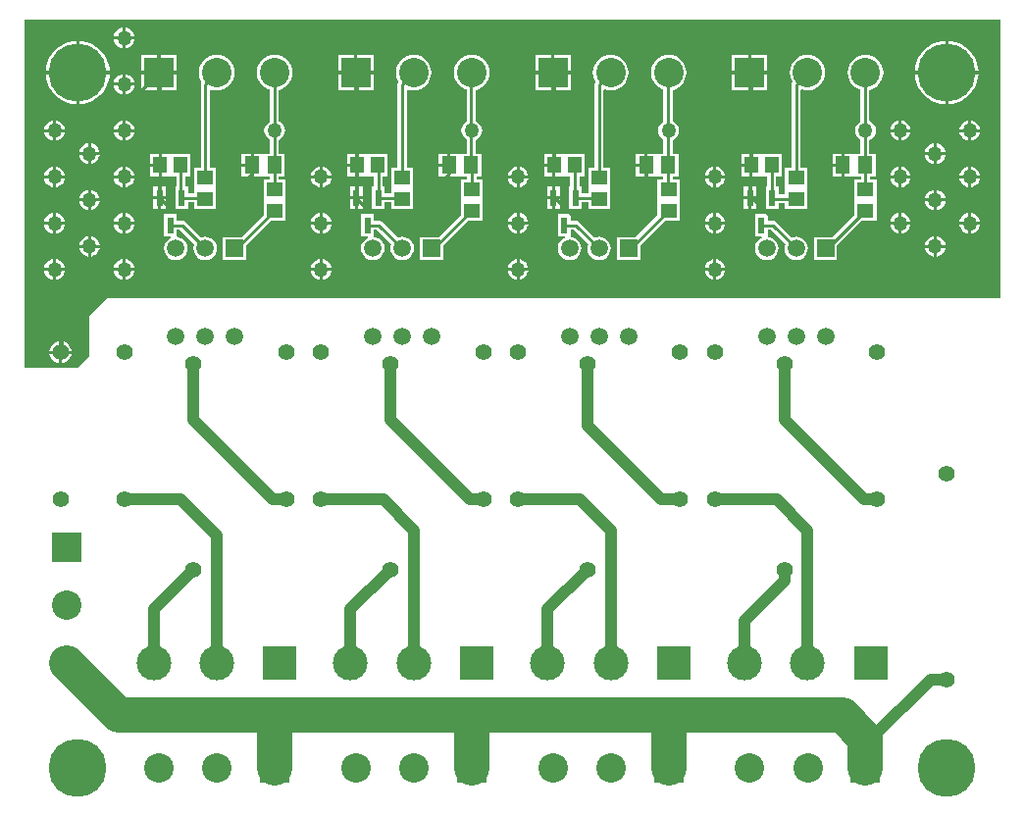
<source format=gtl>
G04 Layer_Physical_Order=1*
G04 Layer_Color=255*
%FSAX42Y42*%
%MOMM*%
G71*
G01*
G75*
%ADD10R,1.30X1.50*%
%ADD11R,0.60X1.45*%
%ADD12R,1.40X1.20*%
%ADD13R,1.20X1.40*%
%ADD14C,0.25*%
%ADD15C,3.05*%
%ADD16C,1.02*%
%ADD17R,3.00X3.00*%
%ADD18C,3.00*%
%ADD19R,2.54X2.54*%
%ADD20C,2.54*%
%ADD21R,2.54X2.54*%
%ADD22C,1.40*%
%ADD23R,1.50X1.50*%
%ADD24C,1.50*%
%ADD25C,5.00*%
%ADD26C,1.27*%
G36*
X017461Y015050D02*
X011750Y015050D01*
X009850Y015050D01*
X009750Y015050D01*
X009600Y014900D01*
X009600Y014550D01*
X009500Y014450D01*
X009039Y014450D01*
X009039Y017461D01*
X017461Y017461D01*
X017461Y015050D01*
X017461Y015050D02*
G37*
%LPC*%
G36*
X009688Y015887D02*
X009613Y015887D01*
X009613Y015812D01*
X009623Y015813D01*
X009645Y015822D01*
X009663Y015837D01*
X009678Y015855D01*
X009687Y015877D01*
X009688Y015887D01*
X009688Y015887D02*
G37*
G36*
X016887Y015887D02*
X016812Y015887D01*
X016813Y015877D01*
X016822Y015855D01*
X016837Y015837D01*
X016855Y015822D01*
X016877Y015813D01*
X016887Y015812D01*
X016887Y015887D01*
X016887Y015887D02*
G37*
G36*
X009587Y015887D02*
X009512Y015887D01*
X009513Y015877D01*
X009522Y015855D01*
X009537Y015837D01*
X009555Y015822D01*
X009577Y015813D01*
X009587Y015812D01*
X009587Y015887D01*
X009587Y015887D02*
G37*
G36*
X016613Y015788D02*
X016613Y015713D01*
X016688Y015713D01*
X016687Y015723D01*
X016678Y015745D01*
X016663Y015763D01*
X016645Y015778D01*
X016623Y015787D01*
X016613Y015788D01*
X016613Y015788D02*
G37*
G36*
X017187Y015788D02*
X017177Y015787D01*
X017155Y015778D01*
X017137Y015763D01*
X017122Y015745D01*
X017113Y015723D01*
X017112Y015713D01*
X017187Y015713D01*
X017187Y015788D01*
X017187Y015788D02*
G37*
G36*
X017213Y015788D02*
X017213Y015713D01*
X017288Y015713D01*
X017287Y015723D01*
X017278Y015745D01*
X017263Y015763D01*
X017245Y015778D01*
X017223Y015787D01*
X017213Y015788D01*
X017213Y015788D02*
G37*
G36*
X011892Y015905D02*
X011850Y015905D01*
X011850Y015820D01*
X011892Y015820D01*
X011892Y015905D01*
X011892Y015905D02*
G37*
G36*
X011960Y015905D02*
X011918Y015905D01*
X011918Y015820D01*
X011960Y015820D01*
X011960Y015905D01*
X011960Y015905D02*
G37*
G36*
X013592Y015905D02*
X013550Y015905D01*
X013550Y015820D01*
X013592Y015820D01*
X013592Y015905D01*
X013592Y015905D02*
G37*
G36*
X016988Y015887D02*
X016913Y015887D01*
X016913Y015812D01*
X016923Y015813D01*
X016945Y015822D01*
X016963Y015837D01*
X016978Y015855D01*
X016987Y015877D01*
X016988Y015887D01*
X016988Y015887D02*
G37*
G36*
X010192Y015905D02*
X010150Y015905D01*
X010150Y015820D01*
X010192Y015820D01*
X010192Y015905D01*
X010192Y015905D02*
G37*
G36*
X010260Y015905D02*
X010218Y015905D01*
X010218Y015820D01*
X010260Y015820D01*
X010260Y015905D01*
X010260Y015905D02*
G37*
G36*
X009887Y015788D02*
X009877Y015787D01*
X009855Y015778D01*
X009837Y015763D01*
X009822Y015745D01*
X009813Y015723D01*
X009812Y015713D01*
X009887Y015713D01*
X009887Y015788D01*
X009887Y015788D02*
G37*
G36*
X009913Y015788D02*
X009913Y015713D01*
X009988Y015713D01*
X009987Y015723D01*
X009978Y015745D01*
X009963Y015763D01*
X009945Y015778D01*
X009923Y015787D01*
X009913Y015788D01*
X009913Y015788D02*
G37*
G36*
X011587Y015788D02*
X011577Y015787D01*
X011555Y015778D01*
X011537Y015763D01*
X011522Y015745D01*
X011513Y015723D01*
X011512Y015713D01*
X011587Y015713D01*
X011587Y015788D01*
X011587Y015788D02*
G37*
G36*
X017288Y015687D02*
X017213Y015687D01*
X017213Y015612D01*
X017223Y015613D01*
X017245Y015622D01*
X017263Y015637D01*
X017278Y015655D01*
X017287Y015677D01*
X017288Y015687D01*
X017288Y015687D02*
G37*
G36*
X009287Y015788D02*
X009277Y015787D01*
X009255Y015778D01*
X009237Y015763D01*
X009222Y015745D01*
X009213Y015723D01*
X009212Y015713D01*
X009287Y015713D01*
X009287Y015788D01*
X009287Y015788D02*
G37*
G36*
X009313Y015788D02*
X009313Y015713D01*
X009388Y015713D01*
X009387Y015723D01*
X009378Y015745D01*
X009363Y015763D01*
X009345Y015778D01*
X009323Y015787D01*
X009313Y015788D01*
X009313Y015788D02*
G37*
G36*
X014987Y015788D02*
X014977Y015787D01*
X014955Y015778D01*
X014937Y015763D01*
X014922Y015745D01*
X014913Y015723D01*
X014912Y015713D01*
X014987Y015713D01*
X014987Y015788D01*
X014987Y015788D02*
G37*
G36*
X015013Y015788D02*
X015013Y015713D01*
X015088Y015713D01*
X015087Y015723D01*
X015078Y015745D01*
X015063Y015763D01*
X015045Y015778D01*
X015023Y015787D01*
X015013Y015788D01*
X015013Y015788D02*
G37*
G36*
X016587Y015788D02*
X016577Y015787D01*
X016555Y015778D01*
X016537Y015763D01*
X016522Y015745D01*
X016513Y015723D01*
X016512Y015713D01*
X016587Y015713D01*
X016587Y015788D01*
X016587Y015788D02*
G37*
G36*
X011613Y015788D02*
X011613Y015713D01*
X011688Y015713D01*
X011687Y015723D01*
X011678Y015745D01*
X011663Y015763D01*
X011645Y015778D01*
X011623Y015787D01*
X011613Y015788D01*
X011613Y015788D02*
G37*
G36*
X013287Y015788D02*
X013277Y015787D01*
X013255Y015778D01*
X013237Y015763D01*
X013222Y015745D01*
X013213Y015723D01*
X013212Y015713D01*
X013287Y015713D01*
X013287Y015788D01*
X013287Y015788D02*
G37*
G36*
X013313Y015788D02*
X013313Y015713D01*
X013388Y015713D01*
X013387Y015723D01*
X013378Y015745D01*
X013363Y015763D01*
X013345Y015778D01*
X013323Y015787D01*
X013313Y015788D01*
X013313Y015788D02*
G37*
G36*
X009287Y016087D02*
X009212Y016087D01*
X009213Y016077D01*
X009222Y016055D01*
X009237Y016037D01*
X009255Y016022D01*
X009277Y016013D01*
X009287Y016012D01*
X009287Y016087D01*
X009287Y016087D02*
G37*
G36*
X009388Y016087D02*
X009313Y016087D01*
X009313Y016012D01*
X009323Y016013D01*
X009345Y016022D01*
X009363Y016037D01*
X009378Y016055D01*
X009387Y016077D01*
X009388Y016087D01*
X009388Y016087D02*
G37*
G36*
X009887Y016087D02*
X009812Y016087D01*
X009813Y016077D01*
X009822Y016055D01*
X009837Y016037D01*
X009855Y016022D01*
X009877Y016013D01*
X009887Y016012D01*
X009887Y016087D01*
X009887Y016087D02*
G37*
G36*
X013660Y016015D02*
X013618Y016015D01*
X013618Y015930D01*
X013660Y015930D01*
X013660Y016015D01*
X013660Y016015D02*
G37*
G36*
X015292Y016015D02*
X015250Y016015D01*
X015250Y015930D01*
X015292Y015930D01*
X015292Y016015D01*
X015292Y016015D02*
G37*
G36*
X015360Y016015D02*
X015318Y016015D01*
X015318Y015930D01*
X015360Y015930D01*
X015360Y016015D01*
X015360Y016015D02*
G37*
G36*
X013287Y016087D02*
X013212Y016087D01*
X013213Y016077D01*
X013222Y016055D01*
X013237Y016037D01*
X013255Y016022D01*
X013277Y016013D01*
X013287Y016012D01*
X013287Y016087D01*
X013287Y016087D02*
G37*
G36*
X013388Y016087D02*
X013313Y016087D01*
X013313Y016012D01*
X013323Y016013D01*
X013345Y016022D01*
X013363Y016037D01*
X013378Y016055D01*
X013387Y016077D01*
X013388Y016087D01*
X013388Y016087D02*
G37*
G36*
X014987Y016087D02*
X014912Y016087D01*
X014913Y016077D01*
X014922Y016055D01*
X014937Y016037D01*
X014955Y016022D01*
X014977Y016013D01*
X014987Y016012D01*
X014987Y016087D01*
X014987Y016087D02*
G37*
G36*
X009988Y016087D02*
X009913Y016087D01*
X009913Y016012D01*
X009923Y016013D01*
X009945Y016022D01*
X009963Y016037D01*
X009978Y016055D01*
X009987Y016077D01*
X009988Y016087D01*
X009988Y016087D02*
G37*
G36*
X011587Y016087D02*
X011512Y016087D01*
X011513Y016077D01*
X011522Y016055D01*
X011537Y016037D01*
X011555Y016022D01*
X011577Y016013D01*
X011587Y016012D01*
X011587Y016087D01*
X011587Y016087D02*
G37*
G36*
X011688Y016087D02*
X011613Y016087D01*
X011613Y016012D01*
X011623Y016013D01*
X011645Y016022D01*
X011663Y016037D01*
X011678Y016055D01*
X011687Y016077D01*
X011688Y016087D01*
X011688Y016087D02*
G37*
G36*
X009587Y015988D02*
X009577Y015987D01*
X009555Y015978D01*
X009537Y015963D01*
X009522Y015945D01*
X009513Y015923D01*
X009512Y015913D01*
X009587Y015913D01*
X009587Y015988D01*
X009587Y015988D02*
G37*
G36*
X009613Y015988D02*
X009613Y015913D01*
X009688Y015913D01*
X009687Y015923D01*
X009678Y015945D01*
X009663Y015963D01*
X009645Y015978D01*
X009623Y015987D01*
X009613Y015988D01*
X009613Y015988D02*
G37*
G36*
X016887Y015988D02*
X016877Y015987D01*
X016855Y015978D01*
X016837Y015963D01*
X016822Y015945D01*
X016813Y015923D01*
X016812Y015913D01*
X016887Y015913D01*
X016887Y015988D01*
X016887Y015988D02*
G37*
G36*
X013660Y015905D02*
X013618Y015905D01*
X013618Y015820D01*
X013660Y015820D01*
X013660Y015905D01*
X013660Y015905D02*
G37*
G36*
X015292Y015905D02*
X015250Y015905D01*
X015250Y015820D01*
X015292Y015820D01*
X015292Y015905D01*
X015292Y015905D02*
G37*
G36*
X015360Y015905D02*
X015318Y015905D01*
X015318Y015820D01*
X015360Y015820D01*
X015360Y015905D01*
X015360Y015905D02*
G37*
G36*
X011892Y016015D02*
X011850Y016015D01*
X011850Y015930D01*
X011892Y015930D01*
X011892Y016015D01*
X011892Y016015D02*
G37*
G36*
X011960Y016015D02*
X011918Y016015D01*
X011918Y015930D01*
X011960Y015930D01*
X011960Y016015D01*
X011960Y016015D02*
G37*
G36*
X013592Y016015D02*
X013550Y016015D01*
X013550Y015930D01*
X013592Y015930D01*
X013592Y016015D01*
X013592Y016015D02*
G37*
G36*
X016913Y015988D02*
X016913Y015913D01*
X016988Y015913D01*
X016987Y015923D01*
X016978Y015945D01*
X016963Y015963D01*
X016945Y015978D01*
X016923Y015987D01*
X016913Y015988D01*
X016913Y015988D02*
G37*
G36*
X010192Y016015D02*
X010150Y016015D01*
X010150Y015930D01*
X010192Y015930D01*
X010192Y016015D01*
X010192Y016015D02*
G37*
G36*
X010260Y016015D02*
X010218Y016015D01*
X010218Y015930D01*
X010260Y015930D01*
X010260Y016015D01*
X010260Y016015D02*
G37*
G36*
X017187Y015687D02*
X017112Y015687D01*
X017113Y015677D01*
X017122Y015655D01*
X017137Y015637D01*
X017155Y015622D01*
X017177Y015613D01*
X017187Y015612D01*
X017187Y015687D01*
X017187Y015687D02*
G37*
G36*
X009313Y015388D02*
X009313Y015313D01*
X009388Y015313D01*
X009387Y015323D01*
X009378Y015345D01*
X009363Y015363D01*
X009345Y015378D01*
X009323Y015387D01*
X009313Y015388D01*
X009313Y015388D02*
G37*
G36*
X009887Y015388D02*
X009877Y015387D01*
X009855Y015378D01*
X009837Y015363D01*
X009822Y015345D01*
X009813Y015323D01*
X009812Y015313D01*
X009887Y015313D01*
X009887Y015388D01*
X009887Y015388D02*
G37*
G36*
X009913Y015388D02*
X009913Y015313D01*
X009988Y015313D01*
X009987Y015323D01*
X009978Y015345D01*
X009963Y015363D01*
X009945Y015378D01*
X009923Y015387D01*
X009913Y015388D01*
X009913Y015388D02*
G37*
G36*
X014987Y015287D02*
X014912Y015287D01*
X014913Y015277D01*
X014922Y015255D01*
X014937Y015237D01*
X014955Y015222D01*
X014977Y015213D01*
X014987Y015212D01*
X014987Y015287D01*
X014987Y015287D02*
G37*
G36*
X015088Y015287D02*
X015013Y015287D01*
X015013Y015212D01*
X015023Y015213D01*
X015045Y015222D01*
X015063Y015237D01*
X015078Y015255D01*
X015087Y015277D01*
X015088Y015287D01*
X015088Y015287D02*
G37*
G36*
X009287Y015388D02*
X009277Y015387D01*
X009255Y015378D01*
X009237Y015363D01*
X009222Y015345D01*
X009213Y015323D01*
X009212Y015313D01*
X009287Y015313D01*
X009287Y015388D01*
X009287Y015388D02*
G37*
G36*
X013313Y015388D02*
X013313Y015313D01*
X013388Y015313D01*
X013387Y015323D01*
X013378Y015345D01*
X013363Y015363D01*
X013345Y015378D01*
X013323Y015387D01*
X013313Y015388D01*
X013313Y015388D02*
G37*
G36*
X014987Y015388D02*
X014977Y015387D01*
X014955Y015378D01*
X014937Y015363D01*
X014922Y015345D01*
X014913Y015323D01*
X014912Y015313D01*
X014987Y015313D01*
X014987Y015388D01*
X014987Y015388D02*
G37*
G36*
X015013Y015388D02*
X015013Y015313D01*
X015088Y015313D01*
X015087Y015323D01*
X015078Y015345D01*
X015063Y015363D01*
X015045Y015378D01*
X015023Y015387D01*
X015013Y015388D01*
X015013Y015388D02*
G37*
G36*
X011587Y015388D02*
X011577Y015387D01*
X011555Y015378D01*
X011537Y015363D01*
X011522Y015345D01*
X011513Y015323D01*
X011512Y015313D01*
X011587Y015313D01*
X011587Y015388D01*
X011587Y015388D02*
G37*
G36*
X011613Y015388D02*
X011613Y015313D01*
X011688Y015313D01*
X011687Y015323D01*
X011678Y015345D01*
X011663Y015363D01*
X011645Y015378D01*
X011623Y015387D01*
X011613Y015388D01*
X011613Y015388D02*
G37*
G36*
X013287Y015388D02*
X013277Y015387D01*
X013255Y015378D01*
X013237Y015363D01*
X013222Y015345D01*
X013213Y015323D01*
X013212Y015313D01*
X013287Y015313D01*
X013287Y015388D01*
X013287Y015388D02*
G37*
G36*
X009363Y014680D02*
X009363Y014598D01*
X009445Y014598D01*
X009443Y014610D01*
X009433Y014633D01*
X009418Y014653D01*
X009398Y014668D01*
X009375Y014678D01*
X009363Y014680D01*
X009363Y014680D02*
G37*
G36*
X009287Y015287D02*
X009212Y015287D01*
X009213Y015277D01*
X009222Y015255D01*
X009237Y015237D01*
X009255Y015222D01*
X009277Y015213D01*
X009287Y015212D01*
X009287Y015287D01*
X009287Y015287D02*
G37*
G36*
X009388Y015287D02*
X009313Y015287D01*
X009313Y015212D01*
X009323Y015213D01*
X009345Y015222D01*
X009363Y015237D01*
X009378Y015255D01*
X009387Y015277D01*
X009388Y015287D01*
X009388Y015287D02*
G37*
G36*
X009337Y014572D02*
X009255Y014572D01*
X009257Y014560D01*
X009267Y014537D01*
X009282Y014517D01*
X009302Y014502D01*
X009325Y014492D01*
X009337Y014490D01*
X009337Y014572D01*
X009337Y014572D02*
G37*
G36*
X009445Y014572D02*
X009363Y014572D01*
X009363Y014490D01*
X009375Y014492D01*
X009398Y014502D01*
X009418Y014517D01*
X009433Y014537D01*
X009443Y014560D01*
X009445Y014572D01*
X009445Y014572D02*
G37*
G36*
X009337Y014680D02*
X009325Y014678D01*
X009302Y014668D01*
X009282Y014653D01*
X009267Y014633D01*
X009257Y014610D01*
X009255Y014598D01*
X009337Y014598D01*
X009337Y014680D01*
X009337Y014680D02*
G37*
G36*
X011688Y015287D02*
X011613Y015287D01*
X011613Y015212D01*
X011623Y015213D01*
X011645Y015222D01*
X011663Y015237D01*
X011678Y015255D01*
X011687Y015277D01*
X011688Y015287D01*
X011688Y015287D02*
G37*
G36*
X013287Y015287D02*
X013212Y015287D01*
X013213Y015277D01*
X013222Y015255D01*
X013237Y015237D01*
X013255Y015222D01*
X013277Y015213D01*
X013287Y015212D01*
X013287Y015287D01*
X013287Y015287D02*
G37*
G36*
X013388Y015287D02*
X013313Y015287D01*
X013313Y015212D01*
X013323Y015213D01*
X013345Y015222D01*
X013363Y015237D01*
X013378Y015255D01*
X013387Y015277D01*
X013388Y015287D01*
X013388Y015287D02*
G37*
G36*
X009887Y015287D02*
X009812Y015287D01*
X009813Y015277D01*
X009822Y015255D01*
X009837Y015237D01*
X009855Y015222D01*
X009877Y015213D01*
X009887Y015212D01*
X009887Y015287D01*
X009887Y015287D02*
G37*
G36*
X009988Y015287D02*
X009913Y015287D01*
X009913Y015212D01*
X009923Y015213D01*
X009945Y015222D01*
X009963Y015237D01*
X009978Y015255D01*
X009987Y015277D01*
X009988Y015287D01*
X009988Y015287D02*
G37*
G36*
X011587Y015287D02*
X011512Y015287D01*
X011513Y015277D01*
X011522Y015255D01*
X011537Y015237D01*
X011555Y015222D01*
X011577Y015213D01*
X011587Y015212D01*
X011587Y015287D01*
X011587Y015287D02*
G37*
G36*
X009988Y015687D02*
X009913Y015687D01*
X009913Y015612D01*
X009923Y015613D01*
X009945Y015622D01*
X009963Y015637D01*
X009978Y015655D01*
X009987Y015677D01*
X009988Y015687D01*
X009988Y015687D02*
G37*
G36*
X011587Y015687D02*
X011512Y015687D01*
X011513Y015677D01*
X011522Y015655D01*
X011537Y015637D01*
X011555Y015622D01*
X011577Y015613D01*
X011587Y015612D01*
X011587Y015687D01*
X011587Y015687D02*
G37*
G36*
X011688Y015687D02*
X011613Y015687D01*
X011613Y015612D01*
X011623Y015613D01*
X011645Y015622D01*
X011663Y015637D01*
X011678Y015655D01*
X011687Y015677D01*
X011688Y015687D01*
X011688Y015687D02*
G37*
G36*
X009287Y015687D02*
X009212Y015687D01*
X009213Y015677D01*
X009222Y015655D01*
X009237Y015637D01*
X009255Y015622D01*
X009277Y015613D01*
X009287Y015612D01*
X009287Y015687D01*
X009287Y015687D02*
G37*
G36*
X009388Y015687D02*
X009313Y015687D01*
X009313Y015612D01*
X009323Y015613D01*
X009345Y015622D01*
X009363Y015637D01*
X009378Y015655D01*
X009387Y015677D01*
X009388Y015687D01*
X009388Y015687D02*
G37*
G36*
X009887Y015687D02*
X009812Y015687D01*
X009813Y015677D01*
X009822Y015655D01*
X009837Y015637D01*
X009855Y015622D01*
X009877Y015613D01*
X009887Y015612D01*
X009887Y015687D01*
X009887Y015687D02*
G37*
G36*
X015088Y015687D02*
X015013Y015687D01*
X015013Y015612D01*
X015023Y015613D01*
X015045Y015622D01*
X015063Y015637D01*
X015078Y015655D01*
X015087Y015677D01*
X015088Y015687D01*
X015088Y015687D02*
G37*
G36*
X016587Y015687D02*
X016512Y015687D01*
X016513Y015677D01*
X016522Y015655D01*
X016537Y015637D01*
X016555Y015622D01*
X016577Y015613D01*
X016587Y015612D01*
X016587Y015687D01*
X016587Y015687D02*
G37*
G36*
X016688Y015687D02*
X016613Y015687D01*
X016613Y015612D01*
X016623Y015613D01*
X016645Y015622D01*
X016663Y015637D01*
X016678Y015655D01*
X016687Y015677D01*
X016688Y015687D01*
X016688Y015687D02*
G37*
G36*
X013287Y015687D02*
X013212Y015687D01*
X013213Y015677D01*
X013222Y015655D01*
X013237Y015637D01*
X013255Y015622D01*
X013277Y015613D01*
X013287Y015612D01*
X013287Y015687D01*
X013287Y015687D02*
G37*
G36*
X013388Y015687D02*
X013313Y015687D01*
X013313Y015612D01*
X013323Y015613D01*
X013345Y015622D01*
X013363Y015637D01*
X013378Y015655D01*
X013387Y015677D01*
X013388Y015687D01*
X013388Y015687D02*
G37*
G36*
X014987Y015687D02*
X014912Y015687D01*
X014913Y015677D01*
X014922Y015655D01*
X014937Y015637D01*
X014955Y015622D01*
X014977Y015613D01*
X014987Y015612D01*
X014987Y015687D01*
X014987Y015687D02*
G37*
G36*
X015455Y015780D02*
X015345Y015780D01*
X015345Y015585D01*
X015401Y015585D01*
X015403Y015572D01*
X015395Y015569D01*
X015374Y015553D01*
X015358Y015532D01*
X015348Y015507D01*
X015345Y015481D01*
X015348Y015455D01*
X015358Y015430D01*
X015374Y015409D01*
X015395Y015393D01*
X015420Y015383D01*
X015446Y015380D01*
X015472Y015383D01*
X015497Y015393D01*
X015518Y015409D01*
X015534Y015430D01*
X015544Y015455D01*
X015547Y015481D01*
X015544Y015507D01*
X015534Y015532D01*
X015518Y015553D01*
X015497Y015569D01*
X015472Y015579D01*
X015466Y015580D01*
X015455Y015585D01*
X015455Y015594D01*
X015455Y015644D01*
X015482Y015644D01*
X015607Y015519D01*
X015602Y015507D01*
X015599Y015481D01*
X015602Y015455D01*
X015612Y015430D01*
X015628Y015409D01*
X015649Y015393D01*
X015674Y015383D01*
X015700Y015380D01*
X015726Y015383D01*
X015751Y015393D01*
X015772Y015409D01*
X015788Y015430D01*
X015798Y015455D01*
X015801Y015481D01*
X015798Y015507D01*
X015788Y015532D01*
X015772Y015553D01*
X015751Y015569D01*
X015726Y015579D01*
X015700Y015582D01*
X015674Y015579D01*
X015662Y015574D01*
X015526Y015710D01*
X015513Y015718D01*
X015499Y015721D01*
X015455Y015721D01*
X015455Y015780D01*
X015455Y015780D02*
G37*
G36*
X009587Y015487D02*
X009512Y015487D01*
X009513Y015477D01*
X009522Y015455D01*
X009537Y015437D01*
X009555Y015422D01*
X009577Y015413D01*
X009587Y015412D01*
X009587Y015487D01*
X009587Y015487D02*
G37*
G36*
X009688Y015487D02*
X009613Y015487D01*
X009613Y015412D01*
X009623Y015413D01*
X009645Y015422D01*
X009663Y015437D01*
X009678Y015455D01*
X009687Y015477D01*
X009688Y015487D01*
X009688Y015487D02*
G37*
G36*
X010355Y015780D02*
X010245Y015780D01*
X010245Y015585D01*
X010301Y015585D01*
X010303Y015572D01*
X010295Y015569D01*
X010274Y015553D01*
X010258Y015532D01*
X010248Y015507D01*
X010245Y015481D01*
X010248Y015455D01*
X010258Y015430D01*
X010274Y015409D01*
X010295Y015393D01*
X010320Y015383D01*
X010346Y015380D01*
X010372Y015383D01*
X010397Y015393D01*
X010418Y015409D01*
X010434Y015430D01*
X010444Y015455D01*
X010447Y015481D01*
X010444Y015507D01*
X010434Y015532D01*
X010418Y015553D01*
X010397Y015569D01*
X010372Y015579D01*
X010366Y015580D01*
X010355Y015585D01*
X010355Y015594D01*
X010355Y015644D01*
X010382Y015644D01*
X010507Y015519D01*
X010502Y015507D01*
X010499Y015481D01*
X010502Y015455D01*
X010512Y015430D01*
X010528Y015409D01*
X010549Y015393D01*
X010574Y015383D01*
X010600Y015380D01*
X010626Y015383D01*
X010651Y015393D01*
X010672Y015409D01*
X010688Y015430D01*
X010698Y015455D01*
X010701Y015481D01*
X010698Y015507D01*
X010688Y015532D01*
X010672Y015553D01*
X010651Y015569D01*
X010626Y015579D01*
X010600Y015582D01*
X010574Y015579D01*
X010562Y015574D01*
X010426Y015710D01*
X010413Y015718D01*
X010399Y015721D01*
X010355Y015721D01*
X010355Y015780D01*
X010355Y015780D02*
G37*
G36*
X012055Y015780D02*
X011945Y015780D01*
X011945Y015585D01*
X012001Y015585D01*
X012003Y015572D01*
X011995Y015569D01*
X011974Y015553D01*
X011958Y015532D01*
X011948Y015507D01*
X011945Y015481D01*
X011948Y015455D01*
X011958Y015430D01*
X011974Y015409D01*
X011995Y015393D01*
X012020Y015383D01*
X012046Y015380D01*
X012072Y015383D01*
X012097Y015393D01*
X012118Y015409D01*
X012134Y015430D01*
X012144Y015455D01*
X012147Y015481D01*
X012144Y015507D01*
X012134Y015532D01*
X012118Y015553D01*
X012097Y015569D01*
X012072Y015579D01*
X012066Y015580D01*
X012055Y015585D01*
X012055Y015594D01*
X012055Y015644D01*
X012082Y015644D01*
X012207Y015519D01*
X012202Y015507D01*
X012199Y015481D01*
X012202Y015455D01*
X012212Y015430D01*
X012228Y015409D01*
X012249Y015393D01*
X012274Y015383D01*
X012300Y015380D01*
X012326Y015383D01*
X012351Y015393D01*
X012372Y015409D01*
X012388Y015430D01*
X012398Y015455D01*
X012401Y015481D01*
X012398Y015507D01*
X012388Y015532D01*
X012372Y015553D01*
X012351Y015569D01*
X012326Y015579D01*
X012300Y015582D01*
X012274Y015579D01*
X012262Y015574D01*
X012126Y015710D01*
X012113Y015718D01*
X012099Y015721D01*
X012055Y015721D01*
X012055Y015780D01*
X012055Y015780D02*
G37*
G36*
X013755Y015780D02*
X013645Y015780D01*
X013645Y015585D01*
X013701Y015585D01*
X013703Y015572D01*
X013695Y015569D01*
X013674Y015553D01*
X013658Y015532D01*
X013648Y015507D01*
X013645Y015481D01*
X013648Y015455D01*
X013658Y015430D01*
X013674Y015409D01*
X013695Y015393D01*
X013720Y015383D01*
X013746Y015380D01*
X013772Y015383D01*
X013797Y015393D01*
X013818Y015409D01*
X013834Y015430D01*
X013844Y015455D01*
X013847Y015481D01*
X013844Y015507D01*
X013834Y015532D01*
X013818Y015553D01*
X013797Y015569D01*
X013772Y015579D01*
X013766Y015580D01*
X013755Y015585D01*
X013755Y015594D01*
X013755Y015644D01*
X013782Y015644D01*
X013907Y015519D01*
X013902Y015507D01*
X013899Y015481D01*
X013902Y015455D01*
X013912Y015430D01*
X013928Y015409D01*
X013949Y015393D01*
X013974Y015383D01*
X014000Y015380D01*
X014026Y015383D01*
X014051Y015393D01*
X014072Y015409D01*
X014088Y015430D01*
X014098Y015455D01*
X014101Y015481D01*
X014098Y015507D01*
X014088Y015532D01*
X014072Y015553D01*
X014051Y015569D01*
X014026Y015579D01*
X014000Y015582D01*
X013974Y015579D01*
X013962Y015574D01*
X013826Y015710D01*
X013813Y015718D01*
X013799Y015721D01*
X013755Y015721D01*
X013755Y015780D01*
X013755Y015780D02*
G37*
G36*
X009613Y015588D02*
X009613Y015513D01*
X009688Y015513D01*
X009687Y015523D01*
X009678Y015545D01*
X009663Y015563D01*
X009645Y015578D01*
X009623Y015587D01*
X009613Y015588D01*
X009613Y015588D02*
G37*
G36*
X016887Y015588D02*
X016877Y015587D01*
X016855Y015578D01*
X016837Y015563D01*
X016822Y015545D01*
X016813Y015523D01*
X016812Y015513D01*
X016887Y015513D01*
X016887Y015588D01*
X016887Y015588D02*
G37*
G36*
X016913Y015588D02*
X016913Y015513D01*
X016988Y015513D01*
X016987Y015523D01*
X016978Y015545D01*
X016963Y015563D01*
X016945Y015578D01*
X016923Y015587D01*
X016913Y015588D01*
X016913Y015588D02*
G37*
G36*
X016887Y015487D02*
X016812Y015487D01*
X016813Y015477D01*
X016822Y015455D01*
X016837Y015437D01*
X016855Y015422D01*
X016877Y015413D01*
X016887Y015412D01*
X016887Y015487D01*
X016887Y015487D02*
G37*
G36*
X016988Y015487D02*
X016913Y015487D01*
X016913Y015412D01*
X016923Y015413D01*
X016945Y015422D01*
X016963Y015437D01*
X016978Y015455D01*
X016987Y015477D01*
X016988Y015487D01*
X016988Y015487D02*
G37*
G36*
X009587Y015588D02*
X009577Y015587D01*
X009555Y015578D01*
X009537Y015563D01*
X009522Y015545D01*
X009513Y015523D01*
X009512Y015513D01*
X009587Y015513D01*
X009587Y015588D01*
X009587Y015588D02*
G37*
G36*
X015088Y016087D02*
X015013Y016087D01*
X015013Y016012D01*
X015023Y016013D01*
X015045Y016022D01*
X015063Y016037D01*
X015078Y016055D01*
X015087Y016077D01*
X015088Y016087D01*
X015088Y016087D02*
G37*
G36*
X016987Y016987D02*
X016725Y016987D01*
X016727Y016957D01*
X016737Y016915D01*
X016754Y016875D01*
X016777Y016838D01*
X016805Y016805D01*
X016838Y016777D01*
X016875Y016754D01*
X016915Y016737D01*
X016957Y016727D01*
X016987Y016725D01*
X016987Y016987D01*
X016987Y016987D02*
G37*
G36*
X017275Y016987D02*
X017013Y016987D01*
X017013Y016725D01*
X017043Y016727D01*
X017085Y016737D01*
X017125Y016754D01*
X017162Y016777D01*
X017195Y016805D01*
X017223Y016838D01*
X017246Y016875D01*
X017263Y016915D01*
X017273Y016957D01*
X017275Y016987D01*
X017275Y016987D02*
G37*
G36*
X009887Y016887D02*
X009812Y016887D01*
X009813Y016877D01*
X009822Y016855D01*
X009837Y016837D01*
X009855Y016822D01*
X009877Y016813D01*
X009887Y016812D01*
X009887Y016887D01*
X009887Y016887D02*
G37*
G36*
X017213Y016588D02*
X017213Y016513D01*
X017288Y016513D01*
X017287Y016523D01*
X017278Y016545D01*
X017263Y016563D01*
X017245Y016578D01*
X017223Y016587D01*
X017213Y016588D01*
X017213Y016588D02*
G37*
G36*
X009487Y016987D02*
X009225Y016987D01*
X009227Y016957D01*
X009237Y016915D01*
X009254Y016875D01*
X009277Y016838D01*
X009305Y016805D01*
X009338Y016777D01*
X009375Y016754D01*
X009415Y016737D01*
X009457Y016727D01*
X009487Y016725D01*
X009487Y016987D01*
X009487Y016987D02*
G37*
G36*
X009775Y016987D02*
X009513Y016987D01*
X009513Y016725D01*
X009543Y016727D01*
X009585Y016737D01*
X009625Y016754D01*
X009662Y016777D01*
X009695Y016805D01*
X009723Y016838D01*
X009746Y016875D01*
X009763Y016915D01*
X009773Y016957D01*
X009775Y016987D01*
X009775Y016987D02*
G37*
G36*
X014099Y017153D02*
X014069Y017150D01*
X014041Y017141D01*
X014014Y017127D01*
X013991Y017108D01*
X013972Y017085D01*
X013958Y017059D01*
X013949Y017030D01*
X013946Y017000D01*
X013949Y016970D01*
X013958Y016941D01*
X013968Y016922D01*
X013964Y016916D01*
X013961Y016901D01*
X013961Y016175D01*
X013905Y016175D01*
X013905Y016008D01*
X013905Y016005D01*
X013905Y015995D01*
X013905Y015992D01*
X013905Y015956D01*
X013850Y015956D01*
X013850Y016015D01*
X013829Y016015D01*
X013829Y016105D01*
X013875Y016105D01*
X013875Y016295D01*
X013708Y016295D01*
X013705Y016295D01*
X013695Y016295D01*
X013692Y016295D01*
X013623Y016295D01*
X013623Y016200D01*
X013623Y016105D01*
X013692Y016105D01*
X013695Y016105D01*
X013705Y016105D01*
X013708Y016105D01*
X013751Y016105D01*
X013751Y016015D01*
X013740Y016015D01*
X013740Y015820D01*
X013850Y015820D01*
X013850Y015879D01*
X013905Y015879D01*
X013905Y015825D01*
X014095Y015825D01*
X014095Y015992D01*
X014095Y015995D01*
X014095Y016005D01*
X014095Y016008D01*
X014095Y016175D01*
X014039Y016175D01*
X014039Y016846D01*
X014052Y016855D01*
X014069Y016850D01*
X014099Y016847D01*
X014129Y016850D01*
X014158Y016859D01*
X014184Y016873D01*
X014207Y016892D01*
X014227Y016915D01*
X014241Y016941D01*
X014249Y016970D01*
X014252Y017000D01*
X014249Y017030D01*
X014241Y017059D01*
X014227Y017085D01*
X014207Y017108D01*
X014184Y017127D01*
X014158Y017141D01*
X014129Y017150D01*
X014099Y017153D01*
X014099Y017153D02*
G37*
G36*
X015799Y017153D02*
X015769Y017150D01*
X015741Y017141D01*
X015714Y017127D01*
X015691Y017108D01*
X015672Y017085D01*
X015658Y017059D01*
X015649Y017030D01*
X015646Y017000D01*
X015649Y016970D01*
X015658Y016941D01*
X015668Y016922D01*
X015664Y016916D01*
X015661Y016901D01*
X015661Y016175D01*
X015605Y016175D01*
X015605Y016008D01*
X015605Y016005D01*
X015605Y015995D01*
X015605Y015992D01*
X015605Y015949D01*
X015550Y015949D01*
X015550Y016015D01*
X015529Y016015D01*
X015529Y016105D01*
X015575Y016105D01*
X015575Y016295D01*
X015408Y016295D01*
X015405Y016295D01*
X015395Y016295D01*
X015392Y016295D01*
X015323Y016295D01*
X015323Y016200D01*
X015323Y016105D01*
X015392Y016105D01*
X015395Y016105D01*
X015405Y016105D01*
X015408Y016105D01*
X015451Y016105D01*
X015451Y016015D01*
X015440Y016015D01*
X015440Y015820D01*
X015550Y015820D01*
X015550Y015871D01*
X015605Y015871D01*
X015605Y015825D01*
X015795Y015825D01*
X015795Y015992D01*
X015795Y015995D01*
X015795Y016005D01*
X015795Y016008D01*
X015795Y016175D01*
X015739Y016175D01*
X015739Y016846D01*
X015752Y016855D01*
X015769Y016850D01*
X015799Y016847D01*
X015829Y016850D01*
X015858Y016859D01*
X015884Y016873D01*
X015907Y016892D01*
X015927Y016915D01*
X015941Y016941D01*
X015949Y016970D01*
X015952Y017000D01*
X015949Y017030D01*
X015941Y017059D01*
X015927Y017085D01*
X015907Y017108D01*
X015884Y017127D01*
X015858Y017141D01*
X015829Y017150D01*
X015799Y017153D01*
X015799Y017153D02*
G37*
G36*
X010187Y016987D02*
X010048Y016987D01*
X010048Y016848D01*
X010187Y016848D01*
X010187Y016987D01*
X010187Y016987D02*
G37*
G36*
X009988Y016887D02*
X009913Y016887D01*
X009913Y016812D01*
X009923Y016813D01*
X009945Y016822D01*
X009963Y016837D01*
X009978Y016855D01*
X009987Y016877D01*
X009988Y016887D01*
X009988Y016887D02*
G37*
G36*
X010699Y017153D02*
X010669Y017150D01*
X010641Y017141D01*
X010614Y017127D01*
X010591Y017108D01*
X010572Y017085D01*
X010558Y017059D01*
X010549Y017030D01*
X010546Y017000D01*
X010549Y016970D01*
X010558Y016941D01*
X010568Y016922D01*
X010564Y016916D01*
X010561Y016901D01*
X010561Y016175D01*
X010505Y016175D01*
X010505Y016008D01*
X010505Y016005D01*
X010505Y015995D01*
X010505Y015992D01*
X010505Y015956D01*
X010450Y015956D01*
X010450Y016015D01*
X010429Y016015D01*
X010429Y016105D01*
X010475Y016105D01*
X010475Y016295D01*
X010308Y016295D01*
X010305Y016295D01*
X010295Y016295D01*
X010292Y016295D01*
X010223Y016295D01*
X010223Y016200D01*
X010223Y016105D01*
X010292Y016105D01*
X010295Y016105D01*
X010305Y016105D01*
X010308Y016105D01*
X010351Y016105D01*
X010351Y016015D01*
X010340Y016015D01*
X010340Y015820D01*
X010450Y015820D01*
X010450Y015879D01*
X010505Y015879D01*
X010505Y015825D01*
X010695Y015825D01*
X010695Y015992D01*
X010695Y015995D01*
X010695Y016005D01*
X010695Y016008D01*
X010695Y016175D01*
X010639Y016175D01*
X010639Y016846D01*
X010652Y016855D01*
X010669Y016850D01*
X010699Y016847D01*
X010729Y016850D01*
X010758Y016859D01*
X010784Y016873D01*
X010807Y016892D01*
X010827Y016915D01*
X010841Y016941D01*
X010849Y016970D01*
X010852Y017000D01*
X010849Y017030D01*
X010841Y017059D01*
X010827Y017085D01*
X010807Y017108D01*
X010784Y017127D01*
X010758Y017141D01*
X010729Y017150D01*
X010699Y017153D01*
X010699Y017153D02*
G37*
G36*
X012399Y017153D02*
X012369Y017150D01*
X012341Y017141D01*
X012314Y017127D01*
X012291Y017108D01*
X012272Y017085D01*
X012258Y017059D01*
X012249Y017030D01*
X012246Y017000D01*
X012249Y016970D01*
X012258Y016941D01*
X012268Y016922D01*
X012264Y016916D01*
X012261Y016901D01*
X012261Y016175D01*
X012205Y016175D01*
X012205Y016008D01*
X012205Y016005D01*
X012205Y015995D01*
X012205Y015992D01*
X012205Y015956D01*
X012150Y015956D01*
X012150Y016015D01*
X012134Y016015D01*
X012134Y016105D01*
X012175Y016105D01*
X012175Y016295D01*
X012008Y016295D01*
X012005Y016295D01*
X011995Y016295D01*
X011992Y016295D01*
X011923Y016295D01*
X011923Y016200D01*
X011923Y016105D01*
X011992Y016105D01*
X011995Y016105D01*
X012005Y016105D01*
X012008Y016105D01*
X012056Y016105D01*
X012056Y016015D01*
X012040Y016015D01*
X012040Y015820D01*
X012150Y015820D01*
X012150Y015879D01*
X012205Y015879D01*
X012205Y015825D01*
X012395Y015825D01*
X012395Y015992D01*
X012395Y015995D01*
X012395Y016005D01*
X012395Y016008D01*
X012395Y016175D01*
X012339Y016175D01*
X012339Y016846D01*
X012352Y016855D01*
X012369Y016850D01*
X012399Y016847D01*
X012429Y016850D01*
X012458Y016859D01*
X012484Y016873D01*
X012507Y016892D01*
X012527Y016915D01*
X012541Y016941D01*
X012549Y016970D01*
X012552Y017000D01*
X012549Y017030D01*
X012541Y017059D01*
X012527Y017085D01*
X012507Y017108D01*
X012484Y017127D01*
X012458Y017141D01*
X012429Y017150D01*
X012399Y017153D01*
X012399Y017153D02*
G37*
G36*
X017187Y016487D02*
X017112Y016487D01*
X017113Y016477D01*
X017122Y016455D01*
X017137Y016437D01*
X017155Y016422D01*
X017177Y016413D01*
X017187Y016412D01*
X017187Y016487D01*
X017187Y016487D02*
G37*
G36*
X017288Y016487D02*
X017213Y016487D01*
X017213Y016412D01*
X017223Y016413D01*
X017245Y016422D01*
X017263Y016437D01*
X017278Y016455D01*
X017287Y016477D01*
X017288Y016487D01*
X017288Y016487D02*
G37*
G36*
X009287Y016588D02*
X009277Y016587D01*
X009255Y016578D01*
X009237Y016563D01*
X009222Y016545D01*
X009213Y016523D01*
X009212Y016513D01*
X009287Y016513D01*
X009287Y016588D01*
X009287Y016588D02*
G37*
G36*
X009988Y016487D02*
X009913Y016487D01*
X009913Y016412D01*
X009923Y016413D01*
X009945Y016422D01*
X009963Y016437D01*
X009978Y016455D01*
X009987Y016477D01*
X009988Y016487D01*
X009988Y016487D02*
G37*
G36*
X016587Y016487D02*
X016512Y016487D01*
X016513Y016477D01*
X016522Y016455D01*
X016537Y016437D01*
X016555Y016422D01*
X016577Y016413D01*
X016587Y016412D01*
X016587Y016487D01*
X016587Y016487D02*
G37*
G36*
X016688Y016487D02*
X016613Y016487D01*
X016613Y016412D01*
X016623Y016413D01*
X016645Y016422D01*
X016663Y016437D01*
X016678Y016455D01*
X016687Y016477D01*
X016688Y016487D01*
X016688Y016487D02*
G37*
G36*
X016587Y016588D02*
X016577Y016587D01*
X016555Y016578D01*
X016537Y016563D01*
X016522Y016545D01*
X016513Y016523D01*
X016512Y016513D01*
X016587Y016513D01*
X016587Y016588D01*
X016587Y016588D02*
G37*
G36*
X016613Y016588D02*
X016613Y016513D01*
X016688Y016513D01*
X016687Y016523D01*
X016678Y016545D01*
X016663Y016563D01*
X016645Y016578D01*
X016623Y016587D01*
X016613Y016588D01*
X016613Y016588D02*
G37*
G36*
X017187Y016588D02*
X017177Y016587D01*
X017155Y016578D01*
X017137Y016563D01*
X017122Y016545D01*
X017113Y016523D01*
X017112Y016513D01*
X017187Y016513D01*
X017187Y016588D01*
X017187Y016588D02*
G37*
G36*
X009313Y016588D02*
X009313Y016513D01*
X009388Y016513D01*
X009387Y016523D01*
X009378Y016545D01*
X009363Y016563D01*
X009345Y016578D01*
X009323Y016587D01*
X009313Y016588D01*
X009313Y016588D02*
G37*
G36*
X009887Y016588D02*
X009877Y016587D01*
X009855Y016578D01*
X009837Y016563D01*
X009822Y016545D01*
X009813Y016523D01*
X009812Y016513D01*
X009887Y016513D01*
X009887Y016588D01*
X009887Y016588D02*
G37*
G36*
X009913Y016588D02*
X009913Y016513D01*
X009988Y016513D01*
X009987Y016523D01*
X009978Y016545D01*
X009963Y016563D01*
X009945Y016578D01*
X009923Y016587D01*
X009913Y016588D01*
X009913Y016588D02*
G37*
G36*
X010352Y016987D02*
X010213Y016987D01*
X010213Y016848D01*
X010352Y016848D01*
X010352Y016987D01*
X010352Y016987D02*
G37*
G36*
X015287Y017152D02*
X015148Y017152D01*
X015148Y017013D01*
X015287Y017013D01*
X015287Y017152D01*
X015287Y017152D02*
G37*
G36*
X010352Y017152D02*
X010213Y017152D01*
X010213Y017013D01*
X010352Y017013D01*
X010352Y017152D01*
X010352Y017152D02*
G37*
G36*
X015452Y017152D02*
X015313Y017152D01*
X015313Y017013D01*
X015452Y017013D01*
X015452Y017152D01*
X015452Y017152D02*
G37*
G36*
X011887Y017152D02*
X011748Y017152D01*
X011748Y017013D01*
X011887Y017013D01*
X011887Y017152D01*
X011887Y017152D02*
G37*
G36*
X012052Y017152D02*
X011913Y017152D01*
X011913Y017013D01*
X012052Y017013D01*
X012052Y017152D01*
X012052Y017152D02*
G37*
G36*
X010187Y017152D02*
X010048Y017152D01*
X010048Y017013D01*
X010187Y017013D01*
X010187Y017152D01*
X010187Y017152D02*
G37*
G36*
X009988Y017287D02*
X009913Y017287D01*
X009913Y017212D01*
X009923Y017213D01*
X009945Y017222D01*
X009963Y017237D01*
X009978Y017255D01*
X009987Y017277D01*
X009988Y017287D01*
X009988Y017287D02*
G37*
G36*
X009887Y017388D02*
X009877Y017387D01*
X009855Y017378D01*
X009837Y017363D01*
X009822Y017345D01*
X009813Y017323D01*
X009812Y017313D01*
X009887Y017313D01*
X009887Y017388D01*
X009887Y017388D02*
G37*
G36*
X009913Y017388D02*
X009913Y017313D01*
X009988Y017313D01*
X009987Y017323D01*
X009978Y017345D01*
X009963Y017363D01*
X009945Y017378D01*
X009923Y017387D01*
X009913Y017388D01*
X009913Y017388D02*
G37*
G36*
X013587Y017152D02*
X013448Y017152D01*
X013448Y017013D01*
X013587Y017013D01*
X013587Y017152D01*
X013587Y017152D02*
G37*
G36*
X013752Y017152D02*
X013613Y017152D01*
X013613Y017013D01*
X013752Y017013D01*
X013752Y017152D01*
X013752Y017152D02*
G37*
G36*
X009887Y017287D02*
X009812Y017287D01*
X009813Y017277D01*
X009822Y017255D01*
X009837Y017237D01*
X009855Y017222D01*
X009877Y017213D01*
X009887Y017212D01*
X009887Y017287D01*
X009887Y017287D02*
G37*
G36*
X013752Y016987D02*
X013613Y016987D01*
X013613Y016848D01*
X013752Y016848D01*
X013752Y016987D01*
X013752Y016987D02*
G37*
G36*
X015287Y016987D02*
X015148Y016987D01*
X015148Y016848D01*
X015287Y016848D01*
X015287Y016987D01*
X015287Y016987D02*
G37*
G36*
X015452Y016987D02*
X015313Y016987D01*
X015313Y016848D01*
X015452Y016848D01*
X015452Y016987D01*
X015452Y016987D02*
G37*
G36*
X011887Y016987D02*
X011748Y016987D01*
X011748Y016848D01*
X011887Y016848D01*
X011887Y016987D01*
X011887Y016987D02*
G37*
G36*
X012052Y016987D02*
X011913Y016987D01*
X011913Y016848D01*
X012052Y016848D01*
X012052Y016987D01*
X012052Y016987D02*
G37*
G36*
X013587Y016987D02*
X013448Y016987D01*
X013448Y016848D01*
X013587Y016848D01*
X013587Y016987D01*
X013587Y016987D02*
G37*
G36*
X009513Y017275D02*
X009513Y017013D01*
X009775Y017013D01*
X009773Y017043D01*
X009763Y017085D01*
X009746Y017125D01*
X009723Y017162D01*
X009695Y017195D01*
X009662Y017223D01*
X009625Y017246D01*
X009585Y017263D01*
X009543Y017273D01*
X009513Y017275D01*
X009513Y017275D02*
G37*
G36*
X016987Y017275D02*
X016957Y017273D01*
X016915Y017263D01*
X016875Y017246D01*
X016838Y017223D01*
X016805Y017195D01*
X016777Y017162D01*
X016754Y017125D01*
X016737Y017085D01*
X016727Y017043D01*
X016725Y017013D01*
X016987Y017013D01*
X016987Y017275D01*
X016987Y017275D02*
G37*
G36*
X017013Y017275D02*
X017013Y017013D01*
X017275Y017013D01*
X017273Y017043D01*
X017263Y017085D01*
X017246Y017125D01*
X017223Y017162D01*
X017195Y017195D01*
X017162Y017223D01*
X017125Y017246D01*
X017085Y017263D01*
X017043Y017273D01*
X017013Y017275D01*
X017013Y017275D02*
G37*
G36*
X009887Y016988D02*
X009877Y016987D01*
X009855Y016978D01*
X009837Y016963D01*
X009822Y016945D01*
X009813Y016923D01*
X009812Y016913D01*
X009887Y016913D01*
X009887Y016988D01*
X009887Y016988D02*
G37*
G36*
X009913Y016988D02*
X009913Y016913D01*
X009988Y016913D01*
X009987Y016923D01*
X009978Y016945D01*
X009963Y016963D01*
X009945Y016978D01*
X009923Y016987D01*
X009913Y016988D01*
X009913Y016988D02*
G37*
G36*
X009487Y017275D02*
X009457Y017273D01*
X009415Y017263D01*
X009375Y017246D01*
X009338Y017223D01*
X009305Y017195D01*
X009277Y017162D01*
X009254Y017125D01*
X009237Y017085D01*
X009227Y017043D01*
X009225Y017013D01*
X009487Y017013D01*
X009487Y017275D01*
X009487Y017275D02*
G37*
G36*
X009913Y016188D02*
X009913Y016113D01*
X009988Y016113D01*
X009987Y016123D01*
X009978Y016145D01*
X009963Y016163D01*
X009945Y016178D01*
X009923Y016187D01*
X009913Y016188D01*
X009913Y016188D02*
G37*
G36*
X011587Y016188D02*
X011577Y016187D01*
X011555Y016178D01*
X011537Y016163D01*
X011522Y016145D01*
X011513Y016123D01*
X011512Y016113D01*
X011587Y016113D01*
X011587Y016188D01*
X011587Y016188D02*
G37*
G36*
X011613Y016188D02*
X011613Y016113D01*
X011688Y016113D01*
X011687Y016123D01*
X011678Y016145D01*
X011663Y016163D01*
X011645Y016178D01*
X011623Y016187D01*
X011613Y016188D01*
X011613Y016188D02*
G37*
G36*
X009287Y016188D02*
X009277Y016187D01*
X009255Y016178D01*
X009237Y016163D01*
X009222Y016145D01*
X009213Y016123D01*
X009212Y016113D01*
X009287Y016113D01*
X009287Y016188D01*
X009287Y016188D02*
G37*
G36*
X009313Y016188D02*
X009313Y016113D01*
X009388Y016113D01*
X009387Y016123D01*
X009378Y016145D01*
X009363Y016163D01*
X009345Y016178D01*
X009323Y016187D01*
X009313Y016188D01*
X009313Y016188D02*
G37*
G36*
X009887Y016188D02*
X009877Y016187D01*
X009855Y016178D01*
X009837Y016163D01*
X009822Y016145D01*
X009813Y016123D01*
X009812Y016113D01*
X009887Y016113D01*
X009887Y016188D01*
X009887Y016188D02*
G37*
G36*
X015013Y016188D02*
X015013Y016113D01*
X015088Y016113D01*
X015087Y016123D01*
X015078Y016145D01*
X015063Y016163D01*
X015045Y016178D01*
X015023Y016187D01*
X015013Y016188D01*
X015013Y016188D02*
G37*
G36*
X016587Y016188D02*
X016577Y016187D01*
X016555Y016178D01*
X016537Y016163D01*
X016522Y016145D01*
X016513Y016123D01*
X016512Y016113D01*
X016587Y016113D01*
X016587Y016188D01*
X016587Y016188D02*
G37*
G36*
X016613Y016188D02*
X016613Y016113D01*
X016688Y016113D01*
X016687Y016123D01*
X016678Y016145D01*
X016663Y016163D01*
X016645Y016178D01*
X016623Y016187D01*
X016613Y016188D01*
X016613Y016188D02*
G37*
G36*
X013287Y016188D02*
X013277Y016187D01*
X013255Y016178D01*
X013237Y016163D01*
X013222Y016145D01*
X013213Y016123D01*
X013212Y016113D01*
X013287Y016113D01*
X013287Y016188D01*
X013287Y016188D02*
G37*
G36*
X013313Y016188D02*
X013313Y016113D01*
X013388Y016113D01*
X013387Y016123D01*
X013378Y016145D01*
X013363Y016163D01*
X013345Y016178D01*
X013323Y016187D01*
X013313Y016188D01*
X013313Y016188D02*
G37*
G36*
X014987Y016188D02*
X014977Y016187D01*
X014955Y016178D01*
X014937Y016163D01*
X014922Y016145D01*
X014913Y016123D01*
X014912Y016113D01*
X014987Y016113D01*
X014987Y016188D01*
X014987Y016188D02*
G37*
G36*
X017288Y016087D02*
X017213Y016087D01*
X017213Y016012D01*
X017223Y016013D01*
X017245Y016022D01*
X017263Y016037D01*
X017278Y016055D01*
X017287Y016077D01*
X017288Y016087D01*
X017288Y016087D02*
G37*
G36*
X010992Y016187D02*
X010915Y016187D01*
X010915Y016100D01*
X010992Y016100D01*
X010992Y016187D01*
X010992Y016187D02*
G37*
G36*
X014392Y016187D02*
X014315Y016187D01*
X014315Y016100D01*
X014392Y016100D01*
X014392Y016187D01*
X014392Y016187D02*
G37*
G36*
X016587Y016087D02*
X016512Y016087D01*
X016513Y016077D01*
X016522Y016055D01*
X016537Y016037D01*
X016555Y016022D01*
X016577Y016013D01*
X016587Y016012D01*
X016587Y016087D01*
X016587Y016087D02*
G37*
G36*
X016688Y016087D02*
X016613Y016087D01*
X016613Y016012D01*
X016623Y016013D01*
X016645Y016022D01*
X016663Y016037D01*
X016678Y016055D01*
X016687Y016077D01*
X016688Y016087D01*
X016688Y016087D02*
G37*
G36*
X017187Y016087D02*
X017112Y016087D01*
X017113Y016077D01*
X017122Y016055D01*
X017137Y016037D01*
X017155Y016022D01*
X017177Y016013D01*
X017187Y016012D01*
X017187Y016087D01*
X017187Y016087D02*
G37*
G36*
X010197Y016187D02*
X010125Y016187D01*
X010125Y016105D01*
X010197Y016105D01*
X010197Y016187D01*
X010197Y016187D02*
G37*
G36*
X015297Y016187D02*
X015225Y016187D01*
X015225Y016105D01*
X015297Y016105D01*
X015297Y016187D01*
X015297Y016187D02*
G37*
G36*
X011897Y016187D02*
X011825Y016187D01*
X011825Y016105D01*
X011897Y016105D01*
X011897Y016187D01*
X011897Y016187D02*
G37*
G36*
X016092Y016187D02*
X016015Y016187D01*
X016015Y016100D01*
X016092Y016100D01*
X016092Y016187D01*
X016092Y016187D02*
G37*
G36*
X012692Y016187D02*
X012615Y016187D01*
X012615Y016100D01*
X012692Y016100D01*
X012692Y016187D01*
X012692Y016187D02*
G37*
G36*
X013597Y016187D02*
X013525Y016187D01*
X013525Y016105D01*
X013597Y016105D01*
X013597Y016187D01*
X013597Y016187D02*
G37*
G36*
X017187Y016188D02*
X017177Y016187D01*
X017155Y016178D01*
X017137Y016163D01*
X017122Y016145D01*
X017113Y016123D01*
X017112Y016113D01*
X017187Y016113D01*
X017187Y016188D01*
X017187Y016188D02*
G37*
G36*
X016300Y017153D02*
X016270Y017150D01*
X016241Y017141D01*
X016215Y017127D01*
X016192Y017108D01*
X016173Y017085D01*
X016159Y017059D01*
X016150Y017030D01*
X016147Y017000D01*
X016150Y016970D01*
X016159Y016941D01*
X016173Y016915D01*
X016192Y016892D01*
X016215Y016873D01*
X016241Y016859D01*
X016256Y016854D01*
X016256Y016578D01*
X016255Y016578D01*
X016237Y016563D01*
X016222Y016545D01*
X016213Y016523D01*
X016210Y016500D01*
X016213Y016477D01*
X016222Y016455D01*
X016237Y016437D01*
X016255Y016422D01*
X016256Y016422D01*
X016256Y016300D01*
X016208Y016300D01*
X016205Y016300D01*
X016195Y016300D01*
X016192Y016300D01*
X016118Y016300D01*
X016118Y016200D01*
X016118Y016100D01*
X016192Y016100D01*
X016195Y016100D01*
X016205Y016100D01*
X016208Y016100D01*
X016261Y016100D01*
X016261Y016075D01*
X016205Y016075D01*
X016205Y015908D01*
X016205Y015905D01*
X016205Y015895D01*
X016205Y015892D01*
X016205Y015770D01*
X016016Y015581D01*
X015854Y015581D01*
X015854Y015381D01*
X016054Y015381D01*
X016054Y015509D01*
X016270Y015725D01*
X016395Y015725D01*
X016395Y015892D01*
X016395Y015895D01*
X016395Y015905D01*
X016395Y015908D01*
X016395Y016075D01*
X016339Y016075D01*
X016339Y016100D01*
X016385Y016100D01*
X016385Y016300D01*
X016334Y016300D01*
X016334Y016418D01*
X016345Y016422D01*
X016363Y016437D01*
X016378Y016455D01*
X016387Y016477D01*
X016390Y016500D01*
X016387Y016523D01*
X016378Y016545D01*
X016363Y016563D01*
X016345Y016578D01*
X016334Y016582D01*
X016334Y016851D01*
X016359Y016859D01*
X016385Y016873D01*
X016408Y016892D01*
X016427Y016915D01*
X016441Y016941D01*
X016450Y016970D01*
X016453Y017000D01*
X016450Y017030D01*
X016441Y017059D01*
X016427Y017085D01*
X016408Y017108D01*
X016385Y017127D01*
X016359Y017141D01*
X016330Y017150D01*
X016300Y017153D01*
X016300Y017153D02*
G37*
G36*
X012900Y017153D02*
X012870Y017150D01*
X012841Y017141D01*
X012815Y017127D01*
X012792Y017108D01*
X012773Y017085D01*
X012759Y017059D01*
X012750Y017030D01*
X012747Y017000D01*
X012750Y016970D01*
X012759Y016941D01*
X012773Y016915D01*
X012792Y016892D01*
X012815Y016873D01*
X012841Y016859D01*
X012856Y016854D01*
X012856Y016578D01*
X012855Y016578D01*
X012837Y016563D01*
X012822Y016545D01*
X012813Y016523D01*
X012810Y016500D01*
X012813Y016477D01*
X012822Y016455D01*
X012837Y016437D01*
X012855Y016422D01*
X012856Y016422D01*
X012856Y016300D01*
X012808Y016300D01*
X012805Y016300D01*
X012795Y016300D01*
X012792Y016300D01*
X012718Y016300D01*
X012718Y016200D01*
X012718Y016100D01*
X012792Y016100D01*
X012795Y016100D01*
X012805Y016100D01*
X012808Y016100D01*
X012861Y016100D01*
X012861Y016075D01*
X012805Y016075D01*
X012805Y015908D01*
X012805Y015905D01*
X012805Y015895D01*
X012805Y015892D01*
X012805Y015770D01*
X012616Y015581D01*
X012454Y015581D01*
X012454Y015381D01*
X012654Y015381D01*
X012654Y015509D01*
X012870Y015725D01*
X012995Y015725D01*
X012995Y015892D01*
X012995Y015895D01*
X012995Y015905D01*
X012995Y015908D01*
X012995Y016075D01*
X012939Y016075D01*
X012939Y016100D01*
X012985Y016100D01*
X012985Y016300D01*
X012934Y016300D01*
X012934Y016418D01*
X012945Y016422D01*
X012963Y016437D01*
X012978Y016455D01*
X012987Y016477D01*
X012990Y016500D01*
X012987Y016523D01*
X012978Y016545D01*
X012963Y016563D01*
X012945Y016578D01*
X012934Y016582D01*
X012934Y016851D01*
X012959Y016859D01*
X012985Y016873D01*
X013008Y016892D01*
X013027Y016915D01*
X013041Y016941D01*
X013050Y016970D01*
X013053Y017000D01*
X013050Y017030D01*
X013041Y017059D01*
X013027Y017085D01*
X013008Y017108D01*
X012985Y017127D01*
X012959Y017141D01*
X012930Y017150D01*
X012900Y017153D01*
X012900Y017153D02*
G37*
G36*
X009587Y016388D02*
X009577Y016387D01*
X009555Y016378D01*
X009537Y016363D01*
X009522Y016345D01*
X009513Y016323D01*
X009512Y016313D01*
X009587Y016313D01*
X009587Y016388D01*
X009587Y016388D02*
G37*
G36*
X014392Y016300D02*
X014315Y016300D01*
X014315Y016213D01*
X014392Y016213D01*
X014392Y016300D01*
X014392Y016300D02*
G37*
G36*
X011200Y017153D02*
X011170Y017150D01*
X011141Y017141D01*
X011115Y017127D01*
X011092Y017108D01*
X011073Y017085D01*
X011059Y017059D01*
X011050Y017030D01*
X011047Y017000D01*
X011050Y016970D01*
X011059Y016941D01*
X011073Y016915D01*
X011092Y016892D01*
X011115Y016873D01*
X011141Y016859D01*
X011156Y016854D01*
X011156Y016578D01*
X011155Y016578D01*
X011137Y016563D01*
X011122Y016545D01*
X011113Y016523D01*
X011110Y016500D01*
X011113Y016477D01*
X011122Y016455D01*
X011137Y016437D01*
X011155Y016422D01*
X011156Y016422D01*
X011156Y016300D01*
X011108Y016300D01*
X011105Y016300D01*
X011095Y016300D01*
X011092Y016300D01*
X011018Y016300D01*
X011018Y016200D01*
X011018Y016100D01*
X011092Y016100D01*
X011095Y016100D01*
X011105Y016100D01*
X011108Y016100D01*
X011156Y016100D01*
X011156Y016075D01*
X011105Y016075D01*
X011105Y015908D01*
X011105Y015905D01*
X011105Y015895D01*
X011105Y015892D01*
X011105Y015770D01*
X010916Y015581D01*
X010754Y015581D01*
X010754Y015381D01*
X010954Y015381D01*
X010954Y015509D01*
X011170Y015725D01*
X011295Y015725D01*
X011295Y015892D01*
X011295Y015895D01*
X011295Y015905D01*
X011295Y015908D01*
X011295Y016075D01*
X011234Y016075D01*
X011234Y016100D01*
X011285Y016100D01*
X011285Y016300D01*
X011234Y016300D01*
X011234Y016418D01*
X011245Y016422D01*
X011263Y016437D01*
X011278Y016455D01*
X011287Y016477D01*
X011290Y016500D01*
X011287Y016523D01*
X011278Y016545D01*
X011263Y016563D01*
X011245Y016578D01*
X011234Y016582D01*
X011234Y016851D01*
X011259Y016859D01*
X011285Y016873D01*
X011308Y016892D01*
X011327Y016915D01*
X011341Y016941D01*
X011350Y016970D01*
X011353Y017000D01*
X011350Y017030D01*
X011341Y017059D01*
X011327Y017085D01*
X011308Y017108D01*
X011285Y017127D01*
X011259Y017141D01*
X011230Y017150D01*
X011200Y017153D01*
X011200Y017153D02*
G37*
G36*
X014600Y017153D02*
X014570Y017150D01*
X014541Y017141D01*
X014515Y017127D01*
X014492Y017108D01*
X014473Y017085D01*
X014459Y017059D01*
X014450Y017030D01*
X014447Y017000D01*
X014450Y016970D01*
X014459Y016941D01*
X014473Y016915D01*
X014492Y016892D01*
X014515Y016873D01*
X014541Y016859D01*
X014556Y016854D01*
X014556Y016578D01*
X014555Y016578D01*
X014537Y016563D01*
X014522Y016545D01*
X014513Y016523D01*
X014510Y016500D01*
X014513Y016477D01*
X014522Y016455D01*
X014537Y016437D01*
X014555Y016422D01*
X014556Y016422D01*
X014556Y016300D01*
X014508Y016300D01*
X014505Y016300D01*
X014495Y016300D01*
X014492Y016300D01*
X014418Y016300D01*
X014418Y016200D01*
X014418Y016100D01*
X014492Y016100D01*
X014495Y016100D01*
X014505Y016100D01*
X014508Y016100D01*
X014556Y016100D01*
X014556Y016075D01*
X014505Y016075D01*
X014505Y015908D01*
X014505Y015905D01*
X014505Y015895D01*
X014505Y015892D01*
X014505Y015770D01*
X014316Y015581D01*
X014154Y015581D01*
X014154Y015381D01*
X014354Y015381D01*
X014354Y015509D01*
X014570Y015725D01*
X014695Y015725D01*
X014695Y015892D01*
X014695Y015895D01*
X014695Y015905D01*
X014695Y015908D01*
X014695Y016075D01*
X014634Y016075D01*
X014634Y016100D01*
X014685Y016100D01*
X014685Y016300D01*
X014634Y016300D01*
X014634Y016418D01*
X014645Y016422D01*
X014663Y016437D01*
X014678Y016455D01*
X014687Y016477D01*
X014690Y016500D01*
X014687Y016523D01*
X014678Y016545D01*
X014663Y016563D01*
X014645Y016578D01*
X014634Y016582D01*
X014634Y016851D01*
X014659Y016859D01*
X014685Y016873D01*
X014708Y016892D01*
X014727Y016915D01*
X014741Y016941D01*
X014750Y016970D01*
X014753Y017000D01*
X014750Y017030D01*
X014741Y017059D01*
X014727Y017085D01*
X014708Y017108D01*
X014685Y017127D01*
X014659Y017141D01*
X014630Y017150D01*
X014600Y017153D01*
X014600Y017153D02*
G37*
G36*
X009287Y016487D02*
X009212Y016487D01*
X009213Y016477D01*
X009222Y016455D01*
X009237Y016437D01*
X009255Y016422D01*
X009277Y016413D01*
X009287Y016412D01*
X009287Y016487D01*
X009287Y016487D02*
G37*
G36*
X009388Y016487D02*
X009313Y016487D01*
X009313Y016412D01*
X009323Y016413D01*
X009345Y016422D01*
X009363Y016437D01*
X009378Y016455D01*
X009387Y016477D01*
X009388Y016487D01*
X009388Y016487D02*
G37*
G36*
X009887Y016487D02*
X009812Y016487D01*
X009813Y016477D01*
X009822Y016455D01*
X009837Y016437D01*
X009855Y016422D01*
X009877Y016413D01*
X009887Y016412D01*
X009887Y016487D01*
X009887Y016487D02*
G37*
G36*
X009613Y016388D02*
X009613Y016313D01*
X009688Y016313D01*
X009687Y016323D01*
X009678Y016345D01*
X009663Y016363D01*
X009645Y016378D01*
X009623Y016387D01*
X009613Y016388D01*
X009613Y016388D02*
G37*
G36*
X016887Y016388D02*
X016877Y016387D01*
X016855Y016378D01*
X016837Y016363D01*
X016822Y016345D01*
X016813Y016323D01*
X016812Y016313D01*
X016887Y016313D01*
X016887Y016388D01*
X016887Y016388D02*
G37*
G36*
X016913Y016388D02*
X016913Y016313D01*
X016988Y016313D01*
X016987Y016323D01*
X016978Y016345D01*
X016963Y016363D01*
X016945Y016378D01*
X016923Y016387D01*
X016913Y016388D01*
X016913Y016388D02*
G37*
G36*
X016887Y016287D02*
X016812Y016287D01*
X016813Y016277D01*
X016822Y016255D01*
X016837Y016237D01*
X016855Y016222D01*
X016877Y016213D01*
X016887Y016212D01*
X016887Y016287D01*
X016887Y016287D02*
G37*
G36*
X016988Y016287D02*
X016913Y016287D01*
X016913Y016212D01*
X016923Y016213D01*
X016945Y016222D01*
X016963Y016237D01*
X016978Y016255D01*
X016987Y016277D01*
X016988Y016287D01*
X016988Y016287D02*
G37*
G36*
X013597Y016295D02*
X013525Y016295D01*
X013525Y016213D01*
X013597Y016213D01*
X013597Y016295D01*
X013597Y016295D02*
G37*
G36*
X017213Y016188D02*
X017213Y016113D01*
X017288Y016113D01*
X017287Y016123D01*
X017278Y016145D01*
X017263Y016163D01*
X017245Y016178D01*
X017223Y016187D01*
X017213Y016188D01*
X017213Y016188D02*
G37*
G36*
X009587Y016287D02*
X009512Y016287D01*
X009513Y016277D01*
X009522Y016255D01*
X009537Y016237D01*
X009555Y016222D01*
X009577Y016213D01*
X009587Y016212D01*
X009587Y016287D01*
X009587Y016287D02*
G37*
G36*
X009688Y016287D02*
X009613Y016287D01*
X009613Y016212D01*
X009623Y016213D01*
X009645Y016222D01*
X009663Y016237D01*
X009678Y016255D01*
X009687Y016277D01*
X009688Y016287D01*
X009688Y016287D02*
G37*
G36*
X016092Y016300D02*
X016015Y016300D01*
X016015Y016213D01*
X016092Y016213D01*
X016092Y016300D01*
X016092Y016300D02*
G37*
G36*
X011897Y016295D02*
X011825Y016295D01*
X011825Y016213D01*
X011897Y016213D01*
X011897Y016295D01*
X011897Y016295D02*
G37*
G36*
X010992Y016300D02*
X010915Y016300D01*
X010915Y016213D01*
X010992Y016213D01*
X010992Y016300D01*
X010992Y016300D02*
G37*
G36*
X010197Y016295D02*
X010125Y016295D01*
X010125Y016213D01*
X010197Y016213D01*
X010197Y016295D01*
X010197Y016295D02*
G37*
G36*
X012692Y016300D02*
X012615Y016300D01*
X012615Y016213D01*
X012692Y016213D01*
X012692Y016300D01*
X012692Y016300D02*
G37*
G36*
X015297Y016295D02*
X015225Y016295D01*
X015225Y016213D01*
X015297Y016213D01*
X015297Y016295D01*
X015297Y016295D02*
G37*
%LPD*%
D10*
X011195Y016200D02*
D03*
X011005Y016200D02*
D03*
X012895Y016200D02*
D03*
X012705Y016200D02*
D03*
X014595Y016200D02*
D03*
X014405Y016200D02*
D03*
X016295Y016200D02*
D03*
X016105Y016200D02*
D03*
D11*
X010395Y015918D02*
D03*
X010205Y015918D02*
D03*
X010300Y015682D02*
D03*
X012095Y015918D02*
D03*
X011905Y015918D02*
D03*
X012000Y015682D02*
D03*
X013795Y015918D02*
D03*
X013605Y015918D02*
D03*
X013700Y015682D02*
D03*
X015495Y015918D02*
D03*
X015305Y015918D02*
D03*
X015400Y015682D02*
D03*
D12*
X011200Y015810D02*
D03*
X011200Y015990D02*
D03*
X010600Y016090D02*
D03*
X010600Y015910D02*
D03*
X012900Y015810D02*
D03*
X012900Y015990D02*
D03*
X012300Y016090D02*
D03*
X012300Y015910D02*
D03*
X014600Y015810D02*
D03*
X014600Y015990D02*
D03*
X014000Y016090D02*
D03*
X014000Y015910D02*
D03*
X016300Y015810D02*
D03*
X016300Y015990D02*
D03*
X015700Y016090D02*
D03*
X015700Y015910D02*
D03*
D13*
X010390Y016200D02*
D03*
X010210Y016200D02*
D03*
X012090Y016200D02*
D03*
X011910Y016200D02*
D03*
X013790Y016200D02*
D03*
X013610Y016200D02*
D03*
X015490Y016200D02*
D03*
X015310Y016200D02*
D03*
D14*
X015400Y015682D02*
X015499Y015682D01*
X015700Y015481D01*
X010205Y015918D02*
X010205Y016195D01*
X010390Y015923D02*
X010390Y016200D01*
X010390Y015923D02*
X010395Y015918D01*
X010593Y015918D01*
X010600Y015910D01*
X010210Y016200D02*
X010210Y016990D01*
X010200Y017000D02*
X010210Y016990D01*
X010300Y015682D02*
X010399Y015682D01*
X010600Y015481D01*
X010871Y015481D02*
X011200Y015810D01*
X010854Y015481D02*
X010871Y015481D01*
X011195Y015995D02*
X011195Y016200D01*
X011195Y015995D02*
X011200Y015990D01*
X010600Y016090D02*
X010600Y016901D01*
X010699Y017000D01*
X011005Y016131D02*
X011005Y016200D01*
X010681Y015807D02*
X011005Y016131D01*
X010205Y015918D02*
X010316Y015807D01*
X010681Y015807D01*
X011910Y015923D02*
X011910Y016200D01*
X011905Y015918D02*
X011910Y015923D01*
X012095Y015918D02*
X012095Y016195D01*
X012090Y016200D02*
X012095Y016195D01*
X012095Y015918D02*
X012293Y015918D01*
X012300Y015910D01*
X012300Y016090D02*
X012300Y016901D01*
X012399Y017000D01*
X011910Y016200D02*
X011910Y016990D01*
X011900Y017000D02*
X011910Y016990D01*
X012895Y016995D02*
X012900Y017000D01*
X012900Y015990D02*
X012900Y016195D01*
X012895Y016200D02*
X012900Y016195D01*
X012571Y015481D02*
X012900Y015810D01*
X012554Y015481D02*
X012571Y015481D01*
X012000Y015682D02*
X012099Y015682D01*
X012300Y015481D01*
X012705Y016131D02*
X012705Y016200D01*
X012381Y015807D02*
X012705Y016131D01*
X011905Y015918D02*
X012016Y015807D01*
X012381Y015807D01*
X011195Y016995D02*
X011200Y017000D01*
X013605Y015918D02*
X013605Y016195D01*
X013610Y016200D01*
X013790Y015923D02*
X013790Y016200D01*
X013790Y015923D02*
X013795Y015918D01*
X013610Y016200D02*
X013610Y016990D01*
X013600Y017000D02*
X013610Y016990D01*
X014000Y016090D02*
X014000Y016901D01*
X014099Y017000D01*
X013795Y015918D02*
X013993Y015918D01*
X014000Y015910D01*
X013605Y015918D02*
X013621Y015918D01*
X013789Y015750D01*
X014200Y015750D01*
X014405Y015955D01*
X014405Y016200D01*
X014595Y015995D02*
X014595Y016200D01*
X014595Y015995D02*
X014600Y015990D01*
X014271Y015481D02*
X014600Y015810D01*
X014254Y015481D02*
X014271Y015481D01*
X014595Y016995D02*
X014600Y017000D01*
X015305Y015918D02*
X015305Y016195D01*
X015310Y016200D01*
X015490Y015923D02*
X015490Y016200D01*
X015305Y015918D02*
X015321Y015918D01*
X015489Y015750D01*
X016000Y015750D01*
X016105Y015855D01*
X016105Y016200D01*
X015502Y015910D02*
X015700Y015910D01*
X015490Y015923D02*
X015495Y015918D01*
X015502Y015910D01*
X015700Y016090D02*
X015700Y016901D01*
X015799Y017000D01*
X016295Y016995D02*
X016300Y017000D01*
X016300Y015990D02*
X016300Y016195D01*
X016295Y016200D02*
X016300Y016195D01*
X015971Y015481D02*
X016300Y015810D01*
X015954Y015481D02*
X015971Y015481D01*
X009600Y015285D02*
X009600Y016400D01*
X010200Y017000D01*
X015310Y016200D02*
X015310Y016990D01*
X015300Y017000D02*
X015310Y016990D01*
X013700Y015682D02*
X013799Y015682D01*
X014000Y015481D01*
X011195Y016200D02*
X011195Y016995D01*
X012895Y016200D02*
X012895Y016995D01*
X014595Y016200D02*
X014595Y016995D01*
X016295Y016200D02*
X016295Y016995D01*
X009363Y014598D02*
X009363Y015048D01*
X009350Y014585D02*
X009363Y014598D01*
X009363Y015048D02*
X009600Y015285D01*
D15*
X009400Y011900D02*
X009850Y011450D01*
X011200Y011000D02*
X011200Y011450D01*
X009850Y011450D02*
X011200Y011450D01*
X012900Y011000D02*
X012900Y011450D01*
X011200Y011450D02*
X012900Y011450D01*
X014600Y011000D02*
X014600Y011450D01*
X014600Y011450D01*
X012900Y011450D02*
X014600Y011450D01*
X016100Y011450D01*
X016300Y011250D01*
X016300Y011000D02*
X016300Y011250D01*
D16*
X010155Y011900D02*
X010155Y012366D01*
X010500Y012711D01*
X011855Y012366D02*
X012200Y012711D01*
X011855Y011900D02*
X011855Y012366D01*
X013555Y012366D02*
X013900Y012711D01*
X013555Y011900D02*
X013555Y012366D01*
X015255Y011900D02*
X015255Y012266D01*
X012200Y014000D02*
X012200Y014489D01*
X010500Y014000D02*
X010500Y014489D01*
X013900Y013950D02*
X013900Y014489D01*
X015255Y012266D02*
X015600Y012611D01*
X015600Y012711D01*
X015600Y014000D02*
X015600Y014489D01*
X016861Y011761D02*
X017000Y011761D01*
X016350Y011250D02*
X016861Y011761D01*
X016300Y011250D02*
X016350Y011250D01*
X009900Y013315D02*
X010385Y013315D01*
X010700Y013000D01*
X010700Y011900D02*
X010700Y013000D01*
X010500Y014000D02*
X011185Y013315D01*
X011300Y013315D01*
X011600Y013315D02*
X012135Y013315D01*
X012400Y013050D01*
X012400Y011900D02*
X012400Y013050D01*
X012200Y014000D02*
X012885Y013315D01*
X013000Y013315D01*
X013300Y013315D02*
X013835Y013315D01*
X014100Y013050D01*
X014100Y011900D02*
X014100Y013050D01*
X015600Y014000D02*
X016285Y013315D01*
X016400Y013315D01*
X015000Y013315D02*
X015535Y013315D01*
X015800Y013050D01*
X015800Y011900D02*
X015800Y013050D01*
X013900Y013950D02*
X014535Y013315D01*
X014700Y013315D01*
D17*
X014645Y011900D02*
D03*
X016345Y011900D02*
D03*
X011245Y011900D02*
D03*
X012945Y011900D02*
D03*
D18*
X014100Y011900D02*
D03*
X013555Y011900D02*
D03*
X015800Y011900D02*
D03*
X015255Y011900D02*
D03*
X010700Y011900D02*
D03*
X010155Y011900D02*
D03*
X012400Y011900D02*
D03*
X011855Y011900D02*
D03*
D19*
X010200Y017000D02*
D03*
X011200Y011000D02*
D03*
X011900Y017000D02*
D03*
X012900Y011000D02*
D03*
X013600Y017000D02*
D03*
X014600Y011000D02*
D03*
X015300Y017000D02*
D03*
X016300Y011000D02*
D03*
D20*
X010699Y017000D02*
D03*
X011200Y017000D02*
D03*
X009400Y012401D02*
D03*
X009400Y011900D02*
D03*
X010701Y011000D02*
D03*
X010200Y011000D02*
D03*
X012399Y017000D02*
D03*
X012900Y017000D02*
D03*
X012401Y011000D02*
D03*
X011900Y011000D02*
D03*
X014099Y017000D02*
D03*
X014600Y017000D02*
D03*
X014101Y011000D02*
D03*
X013600Y011000D02*
D03*
X015799Y017000D02*
D03*
X016300Y017000D02*
D03*
X015801Y011000D02*
D03*
X015300Y011000D02*
D03*
D21*
X009400Y012900D02*
D03*
D22*
X009350Y013315D02*
D03*
X009350Y014585D02*
D03*
X011300Y013315D02*
D03*
X011300Y014585D02*
D03*
X009900Y013315D02*
D03*
X009900Y014585D02*
D03*
X013000Y013315D02*
D03*
X013000Y014585D02*
D03*
X011600Y013315D02*
D03*
X011600Y014585D02*
D03*
X014700Y013315D02*
D03*
X014700Y014585D02*
D03*
X013300Y013315D02*
D03*
X013300Y014585D02*
D03*
X016400Y013315D02*
D03*
X016400Y014585D02*
D03*
X015000Y013315D02*
D03*
X015000Y014585D02*
D03*
X010500Y014489D02*
D03*
X010500Y012711D02*
D03*
X012200Y014489D02*
D03*
X012200Y012711D02*
D03*
X013900Y014489D02*
D03*
X013900Y012711D02*
D03*
X015600Y014489D02*
D03*
X015600Y012711D02*
D03*
X017000Y013539D02*
D03*
X017000Y011761D02*
D03*
D23*
X010854Y015481D02*
D03*
X012554Y015481D02*
D03*
X014254Y015481D02*
D03*
X015954Y015481D02*
D03*
D24*
X010600Y015481D02*
D03*
X010346Y015481D02*
D03*
X010854Y014719D02*
D03*
X010600Y014719D02*
D03*
X010346Y014719D02*
D03*
X012300Y015481D02*
D03*
X012046Y015481D02*
D03*
X012554Y014719D02*
D03*
X012300Y014719D02*
D03*
X012046Y014719D02*
D03*
X014000Y015481D02*
D03*
X013746Y015481D02*
D03*
X014254Y014719D02*
D03*
X014000Y014719D02*
D03*
X013746Y014719D02*
D03*
X015700Y015481D02*
D03*
X015446Y015481D02*
D03*
X015954Y014719D02*
D03*
X015700Y014719D02*
D03*
X015446Y014719D02*
D03*
D25*
X017000Y011000D02*
D03*
X017000Y017000D02*
D03*
X009500Y017000D02*
D03*
X009500Y011000D02*
D03*
D26*
X011200Y016500D02*
D03*
X012900Y016500D02*
D03*
X014600Y016500D02*
D03*
X016300Y016500D02*
D03*
X015000Y016100D02*
D03*
X013300Y016100D02*
D03*
X011600Y016100D02*
D03*
X009900Y016100D02*
D03*
X009300Y015300D02*
D03*
X009300Y015700D02*
D03*
X009300Y016100D02*
D03*
X009300Y016500D02*
D03*
X009600Y015500D02*
D03*
X009600Y015900D02*
D03*
X009600Y016300D02*
D03*
X017200Y015700D02*
D03*
X017200Y016100D02*
D03*
X017200Y016500D02*
D03*
X016900Y016300D02*
D03*
X016900Y015900D02*
D03*
X016600Y016100D02*
D03*
X009900Y015700D02*
D03*
X016600Y015700D02*
D03*
X016900Y015500D02*
D03*
X016600Y016500D02*
D03*
X009900Y016500D02*
D03*
X011600Y015700D02*
D03*
X013300Y015700D02*
D03*
X015000Y015700D02*
D03*
X009900Y016900D02*
D03*
X009900Y017300D02*
D03*
X015000Y015300D02*
D03*
X013300Y015300D02*
D03*
X011600Y015300D02*
D03*
X009900Y015300D02*
D03*
M02*

</source>
